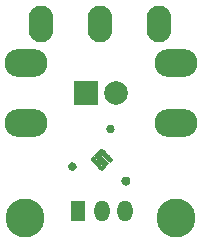
<source format=gbs>
%TF.GenerationSoftware,KiCad,Pcbnew,4.0.7*%
%TF.CreationDate,2018-07-15T19:40:36+02:00*%
%TF.ProjectId,BasicModule-II,42617369634D6F64756C652D49492E6B,rev?*%
%TF.FileFunction,Soldermask,Bot*%
%FSLAX46Y46*%
G04 Gerber Fmt 4.6, Leading zero omitted, Abs format (unit mm)*
G04 Created by KiCad (PCBNEW 4.0.7) date 07/15/18 19:40:36*
%MOMM*%
%LPD*%
G01*
G04 APERTURE LIST*
%ADD10C,0.100000*%
%ADD11C,0.010000*%
%ADD12O,2.100000X3.100000*%
%ADD13R,2.000000X2.100000*%
%ADD14C,2.000000*%
%ADD15O,3.648000X2.372000*%
%ADD16C,3.300000*%
%ADD17R,1.300000X1.800000*%
%ADD18O,1.300000X1.800000*%
G04 APERTURE END LIST*
D10*
D11*
G36*
X10972302Y-18503604D02*
X10969310Y-18504307D01*
X10910009Y-18524945D01*
X10855965Y-18556274D01*
X10808581Y-18596885D01*
X10769257Y-18645367D01*
X10739394Y-18700312D01*
X10722011Y-18753072D01*
X10712910Y-18817418D01*
X10716252Y-18879653D01*
X10731872Y-18939216D01*
X10759609Y-18995548D01*
X10799299Y-19048089D01*
X10811604Y-19061108D01*
X10855702Y-19099916D01*
X10902014Y-19128121D01*
X10954219Y-19147735D01*
X10982882Y-19154780D01*
X11023538Y-19161647D01*
X11058909Y-19163034D01*
X11095167Y-19158940D01*
X11115675Y-19154812D01*
X11178424Y-19134648D01*
X11234576Y-19103977D01*
X11283234Y-19063642D01*
X11323498Y-19014487D01*
X11354471Y-18957354D01*
X11368975Y-18917084D01*
X11378127Y-18867719D01*
X11378916Y-18813280D01*
X11371781Y-18757850D01*
X11357164Y-18705508D01*
X11342588Y-18672650D01*
X11325871Y-18647130D01*
X11302046Y-18618278D01*
X11274154Y-18589145D01*
X11245235Y-18562786D01*
X11218331Y-18542253D01*
X11204575Y-18534078D01*
X11149077Y-18512126D01*
X11089455Y-18499425D01*
X11029325Y-18496432D01*
X10972302Y-18503604D01*
X10972302Y-18503604D01*
G37*
X10972302Y-18503604D02*
X10969310Y-18504307D01*
X10910009Y-18524945D01*
X10855965Y-18556274D01*
X10808581Y-18596885D01*
X10769257Y-18645367D01*
X10739394Y-18700312D01*
X10722011Y-18753072D01*
X10712910Y-18817418D01*
X10716252Y-18879653D01*
X10731872Y-18939216D01*
X10759609Y-18995548D01*
X10799299Y-19048089D01*
X10811604Y-19061108D01*
X10855702Y-19099916D01*
X10902014Y-19128121D01*
X10954219Y-19147735D01*
X10982882Y-19154780D01*
X11023538Y-19161647D01*
X11058909Y-19163034D01*
X11095167Y-19158940D01*
X11115675Y-19154812D01*
X11178424Y-19134648D01*
X11234576Y-19103977D01*
X11283234Y-19063642D01*
X11323498Y-19014487D01*
X11354471Y-18957354D01*
X11368975Y-18917084D01*
X11378127Y-18867719D01*
X11378916Y-18813280D01*
X11371781Y-18757850D01*
X11357164Y-18705508D01*
X11342588Y-18672650D01*
X11325871Y-18647130D01*
X11302046Y-18618278D01*
X11274154Y-18589145D01*
X11245235Y-18562786D01*
X11218331Y-18542253D01*
X11204575Y-18534078D01*
X11149077Y-18512126D01*
X11089455Y-18499425D01*
X11029325Y-18496432D01*
X10972302Y-18503604D01*
G36*
X8999654Y-16133792D02*
X8976344Y-16137046D01*
X8951679Y-16144642D01*
X8945579Y-16147340D01*
X8934442Y-16155034D01*
X8915355Y-16171186D01*
X8888198Y-16195909D01*
X8852852Y-16229318D01*
X8809197Y-16271527D01*
X8757113Y-16322649D01*
X8696480Y-16382800D01*
X8655079Y-16424139D01*
X8391582Y-16687801D01*
X8667535Y-16963809D01*
X8724479Y-17020721D01*
X8773169Y-17069260D01*
X8814299Y-17110069D01*
X8848558Y-17143791D01*
X8876640Y-17171069D01*
X8899236Y-17192546D01*
X8917036Y-17208864D01*
X8930734Y-17220666D01*
X8941020Y-17228596D01*
X8948586Y-17233297D01*
X8954124Y-17235410D01*
X8958326Y-17235580D01*
X8959607Y-17235299D01*
X8993985Y-17230786D01*
X9032140Y-17233934D01*
X9068251Y-17244088D01*
X9078271Y-17248632D01*
X9114297Y-17273493D01*
X9141724Y-17305957D01*
X9159821Y-17343827D01*
X9167861Y-17384902D01*
X9165112Y-17426986D01*
X9150967Y-17467642D01*
X9132510Y-17494399D01*
X9106753Y-17519712D01*
X9077860Y-17540056D01*
X9052097Y-17551352D01*
X9007543Y-17557977D01*
X8965184Y-17553374D01*
X8926634Y-17538719D01*
X8893509Y-17515188D01*
X8867424Y-17483955D01*
X8849994Y-17446196D01*
X8842834Y-17403087D01*
X8842749Y-17399000D01*
X8843260Y-17375397D01*
X8844965Y-17355458D01*
X8847087Y-17344946D01*
X8846931Y-17341130D01*
X8843936Y-17335007D01*
X8837495Y-17325930D01*
X8826999Y-17313254D01*
X8811841Y-17296330D01*
X8791414Y-17274513D01*
X8765111Y-17247157D01*
X8732323Y-17213614D01*
X8692443Y-17173238D01*
X8644863Y-17125383D01*
X8588977Y-17069401D01*
X8575663Y-17056087D01*
X8299527Y-16780006D01*
X8226025Y-16852965D01*
X8190746Y-16888701D01*
X8163982Y-16917820D01*
X8144642Y-16942007D01*
X8131631Y-16962948D01*
X8123857Y-16982329D01*
X8120228Y-17001837D01*
X8119567Y-17017188D01*
X8122153Y-17046401D01*
X8128994Y-17071282D01*
X8130760Y-17075150D01*
X8137088Y-17083324D01*
X8151665Y-17099601D01*
X8173688Y-17123175D01*
X8202355Y-17153242D01*
X8236863Y-17188994D01*
X8276408Y-17229628D01*
X8320187Y-17274338D01*
X8367399Y-17322318D01*
X8417239Y-17372764D01*
X8468905Y-17424870D01*
X8521594Y-17477830D01*
X8574504Y-17530840D01*
X8626830Y-17583093D01*
X8677771Y-17633786D01*
X8726523Y-17682111D01*
X8772284Y-17727265D01*
X8814250Y-17768442D01*
X8851618Y-17804836D01*
X8883587Y-17835642D01*
X8909352Y-17860055D01*
X8928111Y-17877269D01*
X8939061Y-17886480D01*
X8940800Y-17887614D01*
X8972588Y-17899198D01*
X9006639Y-17903703D01*
X9033776Y-17901079D01*
X9052994Y-17894197D01*
X9073217Y-17883950D01*
X9075051Y-17882828D01*
X9083383Y-17875952D01*
X9099786Y-17860909D01*
X9123387Y-17838546D01*
X9153314Y-17809714D01*
X9188695Y-17775261D01*
X9228655Y-17736037D01*
X9272323Y-17692889D01*
X9318827Y-17646667D01*
X9356706Y-17608825D01*
X9617037Y-17348180D01*
X9064625Y-16796434D01*
X9034594Y-16803482D01*
X8993948Y-16806772D01*
X8953673Y-16798467D01*
X8915884Y-16779549D01*
X8882697Y-16751003D01*
X8861562Y-16723003D01*
X8851373Y-16704973D01*
X8845593Y-16688971D01*
X8843038Y-16670073D01*
X8842523Y-16643847D01*
X8845742Y-16603282D01*
X8856136Y-16570351D01*
X8875225Y-16541318D01*
X8891032Y-16524646D01*
X8926757Y-16498465D01*
X8966083Y-16483338D01*
X9007018Y-16478917D01*
X9047572Y-16484855D01*
X9085752Y-16500802D01*
X9119569Y-16526410D01*
X9147031Y-16561331D01*
X9152072Y-16570325D01*
X9160646Y-16595216D01*
X9165426Y-16626787D01*
X9165957Y-16659463D01*
X9161784Y-16687669D01*
X9161679Y-16688043D01*
X9161311Y-16691937D01*
X9162656Y-16696917D01*
X9166355Y-16703676D01*
X9173053Y-16712906D01*
X9183392Y-16725299D01*
X9198016Y-16741546D01*
X9217567Y-16762339D01*
X9242689Y-16788370D01*
X9274024Y-16820331D01*
X9312215Y-16858914D01*
X9357906Y-16904810D01*
X9411739Y-16958712D01*
X9433106Y-16980080D01*
X9709079Y-17255998D01*
X9785477Y-17179861D01*
X9814020Y-17150545D01*
X9839099Y-17123119D01*
X9859011Y-17099545D01*
X9872054Y-17081791D01*
X9875146Y-17076394D01*
X9886524Y-17039154D01*
X9886924Y-16999683D01*
X9876345Y-16962137D01*
X9875153Y-16959605D01*
X9869067Y-16950757D01*
X9856175Y-16935446D01*
X9836222Y-16913409D01*
X9808957Y-16884385D01*
X9774124Y-16848112D01*
X9731471Y-16804328D01*
X9680744Y-16752772D01*
X9621689Y-16693182D01*
X9554053Y-16625296D01*
X9477582Y-16548851D01*
X9469608Y-16540894D01*
X9399787Y-16471230D01*
X9338350Y-16409980D01*
X9284674Y-16356603D01*
X9238136Y-16310560D01*
X9198113Y-16271312D01*
X9163982Y-16238317D01*
X9135119Y-16211038D01*
X9110902Y-16188933D01*
X9090708Y-16171463D01*
X9073913Y-16158089D01*
X9059895Y-16148270D01*
X9048029Y-16141467D01*
X9037694Y-16137140D01*
X9028267Y-16134750D01*
X9019123Y-16133756D01*
X9009640Y-16133619D01*
X8999654Y-16133792D01*
X8999654Y-16133792D01*
G37*
X8999654Y-16133792D02*
X8976344Y-16137046D01*
X8951679Y-16144642D01*
X8945579Y-16147340D01*
X8934442Y-16155034D01*
X8915355Y-16171186D01*
X8888198Y-16195909D01*
X8852852Y-16229318D01*
X8809197Y-16271527D01*
X8757113Y-16322649D01*
X8696480Y-16382800D01*
X8655079Y-16424139D01*
X8391582Y-16687801D01*
X8667535Y-16963809D01*
X8724479Y-17020721D01*
X8773169Y-17069260D01*
X8814299Y-17110069D01*
X8848558Y-17143791D01*
X8876640Y-17171069D01*
X8899236Y-17192546D01*
X8917036Y-17208864D01*
X8930734Y-17220666D01*
X8941020Y-17228596D01*
X8948586Y-17233297D01*
X8954124Y-17235410D01*
X8958326Y-17235580D01*
X8959607Y-17235299D01*
X8993985Y-17230786D01*
X9032140Y-17233934D01*
X9068251Y-17244088D01*
X9078271Y-17248632D01*
X9114297Y-17273493D01*
X9141724Y-17305957D01*
X9159821Y-17343827D01*
X9167861Y-17384902D01*
X9165112Y-17426986D01*
X9150967Y-17467642D01*
X9132510Y-17494399D01*
X9106753Y-17519712D01*
X9077860Y-17540056D01*
X9052097Y-17551352D01*
X9007543Y-17557977D01*
X8965184Y-17553374D01*
X8926634Y-17538719D01*
X8893509Y-17515188D01*
X8867424Y-17483955D01*
X8849994Y-17446196D01*
X8842834Y-17403087D01*
X8842749Y-17399000D01*
X8843260Y-17375397D01*
X8844965Y-17355458D01*
X8847087Y-17344946D01*
X8846931Y-17341130D01*
X8843936Y-17335007D01*
X8837495Y-17325930D01*
X8826999Y-17313254D01*
X8811841Y-17296330D01*
X8791414Y-17274513D01*
X8765111Y-17247157D01*
X8732323Y-17213614D01*
X8692443Y-17173238D01*
X8644863Y-17125383D01*
X8588977Y-17069401D01*
X8575663Y-17056087D01*
X8299527Y-16780006D01*
X8226025Y-16852965D01*
X8190746Y-16888701D01*
X8163982Y-16917820D01*
X8144642Y-16942007D01*
X8131631Y-16962948D01*
X8123857Y-16982329D01*
X8120228Y-17001837D01*
X8119567Y-17017188D01*
X8122153Y-17046401D01*
X8128994Y-17071282D01*
X8130760Y-17075150D01*
X8137088Y-17083324D01*
X8151665Y-17099601D01*
X8173688Y-17123175D01*
X8202355Y-17153242D01*
X8236863Y-17188994D01*
X8276408Y-17229628D01*
X8320187Y-17274338D01*
X8367399Y-17322318D01*
X8417239Y-17372764D01*
X8468905Y-17424870D01*
X8521594Y-17477830D01*
X8574504Y-17530840D01*
X8626830Y-17583093D01*
X8677771Y-17633786D01*
X8726523Y-17682111D01*
X8772284Y-17727265D01*
X8814250Y-17768442D01*
X8851618Y-17804836D01*
X8883587Y-17835642D01*
X8909352Y-17860055D01*
X8928111Y-17877269D01*
X8939061Y-17886480D01*
X8940800Y-17887614D01*
X8972588Y-17899198D01*
X9006639Y-17903703D01*
X9033776Y-17901079D01*
X9052994Y-17894197D01*
X9073217Y-17883950D01*
X9075051Y-17882828D01*
X9083383Y-17875952D01*
X9099786Y-17860909D01*
X9123387Y-17838546D01*
X9153314Y-17809714D01*
X9188695Y-17775261D01*
X9228655Y-17736037D01*
X9272323Y-17692889D01*
X9318827Y-17646667D01*
X9356706Y-17608825D01*
X9617037Y-17348180D01*
X9064625Y-16796434D01*
X9034594Y-16803482D01*
X8993948Y-16806772D01*
X8953673Y-16798467D01*
X8915884Y-16779549D01*
X8882697Y-16751003D01*
X8861562Y-16723003D01*
X8851373Y-16704973D01*
X8845593Y-16688971D01*
X8843038Y-16670073D01*
X8842523Y-16643847D01*
X8845742Y-16603282D01*
X8856136Y-16570351D01*
X8875225Y-16541318D01*
X8891032Y-16524646D01*
X8926757Y-16498465D01*
X8966083Y-16483338D01*
X9007018Y-16478917D01*
X9047572Y-16484855D01*
X9085752Y-16500802D01*
X9119569Y-16526410D01*
X9147031Y-16561331D01*
X9152072Y-16570325D01*
X9160646Y-16595216D01*
X9165426Y-16626787D01*
X9165957Y-16659463D01*
X9161784Y-16687669D01*
X9161679Y-16688043D01*
X9161311Y-16691937D01*
X9162656Y-16696917D01*
X9166355Y-16703676D01*
X9173053Y-16712906D01*
X9183392Y-16725299D01*
X9198016Y-16741546D01*
X9217567Y-16762339D01*
X9242689Y-16788370D01*
X9274024Y-16820331D01*
X9312215Y-16858914D01*
X9357906Y-16904810D01*
X9411739Y-16958712D01*
X9433106Y-16980080D01*
X9709079Y-17255998D01*
X9785477Y-17179861D01*
X9814020Y-17150545D01*
X9839099Y-17123119D01*
X9859011Y-17099545D01*
X9872054Y-17081791D01*
X9875146Y-17076394D01*
X9886524Y-17039154D01*
X9886924Y-16999683D01*
X9876345Y-16962137D01*
X9875153Y-16959605D01*
X9869067Y-16950757D01*
X9856175Y-16935446D01*
X9836222Y-16913409D01*
X9808957Y-16884385D01*
X9774124Y-16848112D01*
X9731471Y-16804328D01*
X9680744Y-16752772D01*
X9621689Y-16693182D01*
X9554053Y-16625296D01*
X9477582Y-16548851D01*
X9469608Y-16540894D01*
X9399787Y-16471230D01*
X9338350Y-16409980D01*
X9284674Y-16356603D01*
X9238136Y-16310560D01*
X9198113Y-16271312D01*
X9163982Y-16238317D01*
X9135119Y-16211038D01*
X9110902Y-16188933D01*
X9090708Y-16171463D01*
X9073913Y-16158089D01*
X9059895Y-16148270D01*
X9048029Y-16141467D01*
X9037694Y-16137140D01*
X9028267Y-16134750D01*
X9019123Y-16133756D01*
X9009640Y-16133619D01*
X8999654Y-16133792D01*
G36*
X6481338Y-17288754D02*
X6423884Y-17302276D01*
X6369608Y-17327284D01*
X6319889Y-17363541D01*
X6301199Y-17381541D01*
X6262246Y-17429427D01*
X6235290Y-17480085D01*
X6219680Y-17535133D01*
X6214767Y-17596187D01*
X6214768Y-17596456D01*
X6221119Y-17655261D01*
X6238887Y-17711593D01*
X6266860Y-17763695D01*
X6303827Y-17809810D01*
X6348577Y-17848181D01*
X6399898Y-17877050D01*
X6411442Y-17881758D01*
X6446788Y-17891438D01*
X6489162Y-17897264D01*
X6533624Y-17898998D01*
X6575234Y-17896404D01*
X6603336Y-17890998D01*
X6661200Y-17868378D01*
X6712593Y-17835278D01*
X6756408Y-17792728D01*
X6791540Y-17741761D01*
X6812439Y-17696185D01*
X6827214Y-17638804D01*
X6830151Y-17580772D01*
X6821906Y-17523702D01*
X6803139Y-17469209D01*
X6774505Y-17418907D01*
X6736663Y-17374409D01*
X6690270Y-17337331D01*
X6658985Y-17319505D01*
X6600267Y-17297130D01*
X6540592Y-17286960D01*
X6481338Y-17288754D01*
X6481338Y-17288754D01*
G37*
X6481338Y-17288754D02*
X6423884Y-17302276D01*
X6369608Y-17327284D01*
X6319889Y-17363541D01*
X6301199Y-17381541D01*
X6262246Y-17429427D01*
X6235290Y-17480085D01*
X6219680Y-17535133D01*
X6214767Y-17596187D01*
X6214768Y-17596456D01*
X6221119Y-17655261D01*
X6238887Y-17711593D01*
X6266860Y-17763695D01*
X6303827Y-17809810D01*
X6348577Y-17848181D01*
X6399898Y-17877050D01*
X6411442Y-17881758D01*
X6446788Y-17891438D01*
X6489162Y-17897264D01*
X6533624Y-17898998D01*
X6575234Y-17896404D01*
X6603336Y-17890998D01*
X6661200Y-17868378D01*
X6712593Y-17835278D01*
X6756408Y-17792728D01*
X6791540Y-17741761D01*
X6812439Y-17696185D01*
X6827214Y-17638804D01*
X6830151Y-17580772D01*
X6821906Y-17523702D01*
X6803139Y-17469209D01*
X6774505Y-17418907D01*
X6736663Y-17374409D01*
X6690270Y-17337331D01*
X6658985Y-17319505D01*
X6600267Y-17297130D01*
X6540592Y-17286960D01*
X6481338Y-17288754D01*
G36*
X8978915Y-17334538D02*
X8956660Y-17348768D01*
X8941377Y-17368936D01*
X8937732Y-17379463D01*
X8938110Y-17403883D01*
X8947654Y-17428263D01*
X8963999Y-17447517D01*
X8971735Y-17452553D01*
X8997982Y-17461487D01*
X9022437Y-17458857D01*
X9039983Y-17450374D01*
X9059641Y-17432221D01*
X9069414Y-17409879D01*
X9070094Y-17386036D01*
X9062473Y-17363380D01*
X9047342Y-17344602D01*
X9025492Y-17332388D01*
X9004300Y-17329150D01*
X8978915Y-17334538D01*
X8978915Y-17334538D01*
G37*
X8978915Y-17334538D02*
X8956660Y-17348768D01*
X8941377Y-17368936D01*
X8937732Y-17379463D01*
X8938110Y-17403883D01*
X8947654Y-17428263D01*
X8963999Y-17447517D01*
X8971735Y-17452553D01*
X8997982Y-17461487D01*
X9022437Y-17458857D01*
X9039983Y-17450374D01*
X9059641Y-17432221D01*
X9069414Y-17409879D01*
X9070094Y-17386036D01*
X9062473Y-17363380D01*
X9047342Y-17344602D01*
X9025492Y-17332388D01*
X9004300Y-17329150D01*
X8978915Y-17334538D01*
G36*
X8988670Y-16576479D02*
X8975154Y-16582018D01*
X8954792Y-16597898D01*
X8941128Y-16620683D01*
X8936423Y-16645934D01*
X8937574Y-16655815D01*
X8948642Y-16678958D01*
X8968501Y-16697023D01*
X8993552Y-16707730D01*
X9020199Y-16708793D01*
X9020888Y-16708670D01*
X9033781Y-16702616D01*
X9048962Y-16690700D01*
X9052494Y-16687206D01*
X9067388Y-16663737D01*
X9071324Y-16638347D01*
X9065088Y-16613941D01*
X9049469Y-16593424D01*
X9025254Y-16579703D01*
X9023156Y-16579041D01*
X9003943Y-16574775D01*
X8988670Y-16576479D01*
X8988670Y-16576479D01*
G37*
X8988670Y-16576479D02*
X8975154Y-16582018D01*
X8954792Y-16597898D01*
X8941128Y-16620683D01*
X8936423Y-16645934D01*
X8937574Y-16655815D01*
X8948642Y-16678958D01*
X8968501Y-16697023D01*
X8993552Y-16707730D01*
X9020199Y-16708793D01*
X9020888Y-16708670D01*
X9033781Y-16702616D01*
X9048962Y-16690700D01*
X9052494Y-16687206D01*
X9067388Y-16663737D01*
X9071324Y-16638347D01*
X9065088Y-16613941D01*
X9049469Y-16593424D01*
X9025254Y-16579703D01*
X9023156Y-16579041D01*
X9003943Y-16574775D01*
X8988670Y-16576479D01*
G36*
X9709601Y-14130235D02*
X9652899Y-14141262D01*
X9599613Y-14162461D01*
X9551172Y-14192998D01*
X9509003Y-14232040D01*
X9474534Y-14278755D01*
X9449193Y-14332308D01*
X9438612Y-14368940D01*
X9431472Y-14428555D01*
X9435974Y-14487270D01*
X9451257Y-14543519D01*
X9476460Y-14595731D01*
X9510722Y-14642341D01*
X9553183Y-14681781D01*
X9602981Y-14712482D01*
X9634366Y-14725487D01*
X9676891Y-14736222D01*
X9724195Y-14741624D01*
X9771001Y-14741405D01*
X9812027Y-14735274D01*
X9812194Y-14735232D01*
X9863395Y-14717613D01*
X9909011Y-14691412D01*
X9952315Y-14654704D01*
X9956877Y-14650145D01*
X9994526Y-14606235D01*
X10021026Y-14561045D01*
X10037447Y-14511939D01*
X10044862Y-14456277D01*
X10045545Y-14431762D01*
X10040775Y-14374307D01*
X10025577Y-14322022D01*
X9999196Y-14273061D01*
X9961052Y-14225767D01*
X9919695Y-14188011D01*
X9875141Y-14160505D01*
X9827544Y-14142025D01*
X9768292Y-14130211D01*
X9709601Y-14130235D01*
X9709601Y-14130235D01*
G37*
X9709601Y-14130235D02*
X9652899Y-14141262D01*
X9599613Y-14162461D01*
X9551172Y-14192998D01*
X9509003Y-14232040D01*
X9474534Y-14278755D01*
X9449193Y-14332308D01*
X9438612Y-14368940D01*
X9431472Y-14428555D01*
X9435974Y-14487270D01*
X9451257Y-14543519D01*
X9476460Y-14595731D01*
X9510722Y-14642341D01*
X9553183Y-14681781D01*
X9602981Y-14712482D01*
X9634366Y-14725487D01*
X9676891Y-14736222D01*
X9724195Y-14741624D01*
X9771001Y-14741405D01*
X9812027Y-14735274D01*
X9812194Y-14735232D01*
X9863395Y-14717613D01*
X9909011Y-14691412D01*
X9952315Y-14654704D01*
X9956877Y-14650145D01*
X9994526Y-14606235D01*
X10021026Y-14561045D01*
X10037447Y-14511939D01*
X10044862Y-14456277D01*
X10045545Y-14431762D01*
X10040775Y-14374307D01*
X10025577Y-14322022D01*
X9999196Y-14273061D01*
X9961052Y-14225767D01*
X9919695Y-14188011D01*
X9875141Y-14160505D01*
X9827544Y-14142025D01*
X9768292Y-14130211D01*
X9709601Y-14130235D01*
D12*
X8890000Y-5588000D03*
X13890000Y-5588000D03*
X3890000Y-5588000D03*
D13*
X7747000Y-11430000D03*
D14*
X10287000Y-11430000D03*
D15*
X15367000Y-8890000D03*
X15367000Y-13970000D03*
X2667000Y-8890000D03*
X2667000Y-13970000D03*
D16*
X15367000Y-21971000D03*
D17*
X7035800Y-21437600D03*
D18*
X9035800Y-21437600D03*
X11035800Y-21437600D03*
D16*
X2540000Y-21971000D03*
M02*

</source>
